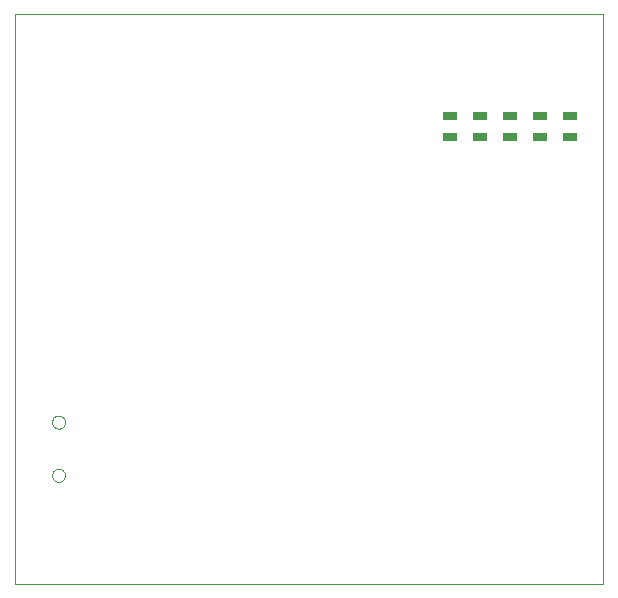
<source format=gbp>
G75*
G70*
%OFA0B0*%
%FSLAX24Y24*%
%IPPOS*%
%LPD*%
%AMOC8*
5,1,8,0,0,1.08239X$1,22.5*
%
%ADD10C,0.0000*%
%ADD11R,0.0472X0.0315*%
D10*
X005648Y000150D02*
X025268Y000150D01*
X025268Y019146D01*
X005648Y019146D01*
X005648Y000150D01*
X006892Y003764D02*
X006894Y003793D01*
X006900Y003821D01*
X006909Y003849D01*
X006922Y003875D01*
X006939Y003898D01*
X006958Y003920D01*
X006980Y003939D01*
X007005Y003954D01*
X007031Y003967D01*
X007059Y003975D01*
X007087Y003980D01*
X007116Y003981D01*
X007145Y003978D01*
X007173Y003971D01*
X007200Y003961D01*
X007226Y003947D01*
X007249Y003930D01*
X007270Y003910D01*
X007288Y003887D01*
X007303Y003862D01*
X007314Y003835D01*
X007322Y003807D01*
X007326Y003778D01*
X007326Y003750D01*
X007322Y003721D01*
X007314Y003693D01*
X007303Y003666D01*
X007288Y003641D01*
X007270Y003618D01*
X007249Y003598D01*
X007226Y003581D01*
X007200Y003567D01*
X007173Y003557D01*
X007145Y003550D01*
X007116Y003547D01*
X007087Y003548D01*
X007059Y003553D01*
X007031Y003561D01*
X007005Y003574D01*
X006980Y003589D01*
X006958Y003608D01*
X006939Y003630D01*
X006922Y003653D01*
X006909Y003679D01*
X006900Y003707D01*
X006894Y003735D01*
X006892Y003764D01*
X006892Y005536D02*
X006894Y005565D01*
X006900Y005593D01*
X006909Y005621D01*
X006922Y005647D01*
X006939Y005670D01*
X006958Y005692D01*
X006980Y005711D01*
X007005Y005726D01*
X007031Y005739D01*
X007059Y005747D01*
X007087Y005752D01*
X007116Y005753D01*
X007145Y005750D01*
X007173Y005743D01*
X007200Y005733D01*
X007226Y005719D01*
X007249Y005702D01*
X007270Y005682D01*
X007288Y005659D01*
X007303Y005634D01*
X007314Y005607D01*
X007322Y005579D01*
X007326Y005550D01*
X007326Y005522D01*
X007322Y005493D01*
X007314Y005465D01*
X007303Y005438D01*
X007288Y005413D01*
X007270Y005390D01*
X007249Y005370D01*
X007226Y005353D01*
X007200Y005339D01*
X007173Y005329D01*
X007145Y005322D01*
X007116Y005319D01*
X007087Y005320D01*
X007059Y005325D01*
X007031Y005333D01*
X007005Y005346D01*
X006980Y005361D01*
X006958Y005380D01*
X006939Y005402D01*
X006922Y005425D01*
X006909Y005451D01*
X006900Y005479D01*
X006894Y005507D01*
X006892Y005536D01*
D11*
X020148Y015046D03*
X021148Y015046D03*
X021148Y015754D03*
X020148Y015754D03*
X022148Y015754D03*
X022148Y015046D03*
X023148Y015046D03*
X023148Y015754D03*
X024148Y015754D03*
X024148Y015046D03*
M02*

</source>
